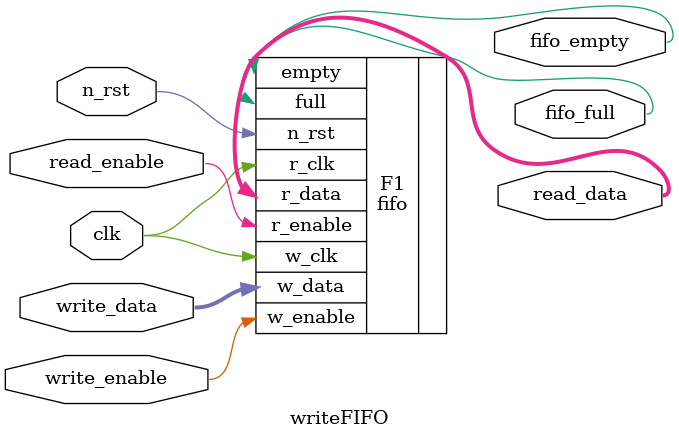
<source format=sv>

module writeFIFO (
	input wire	clk,
			n_rst,
			read_enable,
			write_enable,
	input wire	[7:0] write_data,
	output reg	[7:0] read_data,
	output reg	fifo_empty,
			fifo_full
) ;

	fifo F1 (.r_clk(clk), .w_clk(clk), .n_rst(n_rst), .r_enable(read_enable), .w_enable(write_enable), .w_data(write_data), .r_data(read_data), .empty(fifo_empty), .full(fifo_full)) ;

endmodule		

</source>
